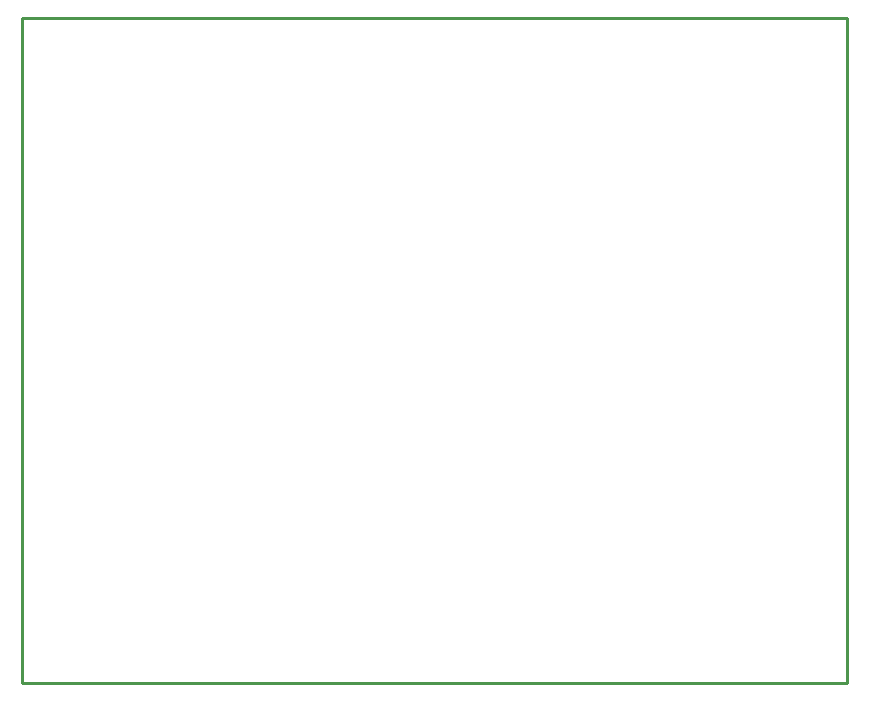
<source format=gko>
G04*
G04 #@! TF.GenerationSoftware,Altium Limited,Altium Designer,21.6.1 (37)*
G04*
G04 Layer_Color=16711935*
%FSLAX25Y25*%
%MOIN*%
G70*
G04*
G04 #@! TF.SameCoordinates,B4AB2511-9BA3-4B12-947F-8A4498F88565*
G04*
G04*
G04 #@! TF.FilePolarity,Positive*
G04*
G01*
G75*
%ADD13C,0.01000*%
D13*
X246457Y177559D02*
X521260D01*
X521260Y399213D01*
X246457D02*
X246457Y177559D01*
X246457Y399213D02*
X521260D01*
M02*

</source>
